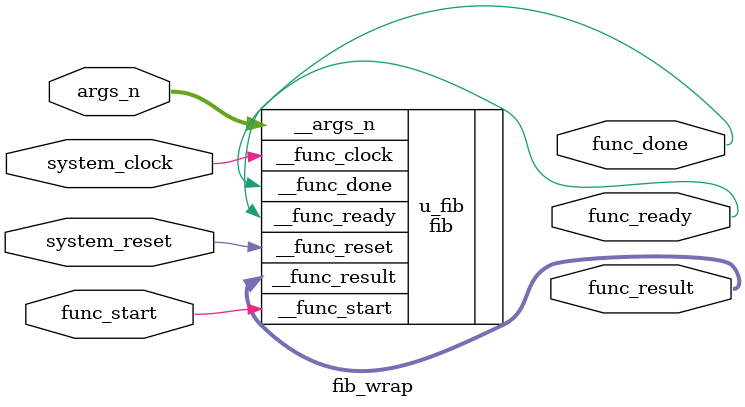
<source format=v>
module fib_wrap(
	input  system_clock,
	input  system_reset,
	input  func_start,
	output func_done,
	output func_ready,

	// global signal
	input [31:0]  args_n,
	output [31:0] func_result
);
fib u_fib(
	// system signals
	.__func_clock(system_clock),
	.__func_reset(system_reset),
	.__func_start(func_start),
	.__func_done(func_done),
	.__func_ready(func_ready),

	// memory bus

	// base address

	// arguments
	.__args_n(args_n),

	// call instruction

	// return value
	.__func_result(func_result)
);
endmodule

</source>
